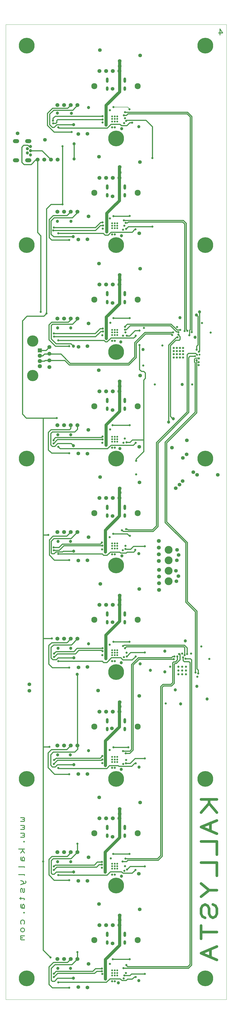
<source format=gbr>
%FSLAX33Y33*%
%MOMM*%
G04 EasyPC Gerber Version 16.0.6 Build 3249 *
%ADD94O,1.00000X1.70000*%
%ADD93O,1.00000X2.00000*%
%ADD137R,1.60000X1.60000*%
%ADD10C,0.12000*%
%ADD72C,0.20000*%
%ADD29C,0.30000*%
%ADD28C,0.40000*%
%ADD13C,0.70000*%
%ADD27C,0.80000*%
%ADD18C,1.00000*%
%ADD90C,1.20000*%
%ADD102C,1.40000*%
%ADD15C,1.50000*%
%ADD73C,1.60000*%
%ADD139C,2.30000*%
%ADD88C,3.00000*%
%ADD91O,2.40000X1.50000*%
%ADD138C,4.30000*%
%ADD98C,6.00000*%
X0Y0D02*
D02*
D10*
X2001Y2008D02*
X86001D01*
Y372808*
X2001*
Y2008*
D02*
D13*
X42550Y11150D03*
Y12100D03*
Y13050D03*
Y51750D03*
Y52700D03*
Y53650D03*
Y92350D03*
Y93300D03*
Y94250D03*
Y132950D03*
Y133900D03*
Y134850D03*
Y173550D03*
Y174500D03*
Y175450D03*
Y214150D03*
Y215100D03*
Y216050D03*
Y254750D03*
Y255700D03*
Y256650D03*
Y295350D03*
Y296300D03*
Y297250D03*
Y335950D03*
Y336900D03*
Y337850D03*
X43500Y11150D03*
Y12100D03*
Y13050D03*
Y51750D03*
Y52700D03*
Y53650D03*
Y92350D03*
Y93300D03*
Y94250D03*
Y132950D03*
Y133900D03*
Y134850D03*
Y173550D03*
Y174500D03*
Y175450D03*
Y214150D03*
Y215100D03*
Y216050D03*
Y254750D03*
Y255700D03*
Y256650D03*
Y295350D03*
Y296300D03*
Y297250D03*
Y335950D03*
Y336900D03*
Y337850D03*
X44450Y11150D03*
Y12100D03*
Y13050D03*
Y51750D03*
Y52700D03*
Y53650D03*
Y92350D03*
Y93300D03*
Y94250D03*
Y132950D03*
Y133900D03*
Y134850D03*
Y173550D03*
Y174500D03*
Y175450D03*
Y214150D03*
Y215100D03*
Y216050D03*
Y254750D03*
Y255700D03*
Y256650D03*
Y295350D03*
Y296300D03*
Y297250D03*
Y335950D03*
Y336900D03*
Y337850D03*
X74100Y246650D03*
X74850Y247200D03*
X75800Y247300D03*
D02*
D15*
X14140Y321400D03*
X16680D03*
X18600Y242490D03*
Y245030D03*
Y247570D03*
Y250110D03*
X19220Y321400D03*
X21690Y17400D03*
Y58000D03*
Y98600D03*
Y139200D03*
Y179800D03*
Y220400D03*
Y261000D03*
Y301600D03*
Y342200D03*
X21760Y321400D03*
X24230Y17400D03*
Y58000D03*
Y98600D03*
Y139200D03*
Y179800D03*
Y220400D03*
Y261000D03*
Y301600D03*
Y342200D03*
X26770Y17400D03*
Y58000D03*
Y98600D03*
Y139200D03*
Y179800D03*
Y220400D03*
Y261000D03*
Y301600D03*
Y342200D03*
X29310Y17400D03*
Y58000D03*
Y98600D03*
Y139200D03*
Y179800D03*
Y220400D03*
Y261000D03*
Y301600D03*
Y342200D03*
X37690Y30300D03*
Y70900D03*
Y111500D03*
Y152100D03*
Y192700D03*
Y233300D03*
Y273900D03*
Y314500D03*
Y355100D03*
X40230Y30300D03*
Y70900D03*
Y111500D03*
Y152100D03*
Y192700D03*
Y233300D03*
Y273900D03*
Y314500D03*
Y355100D03*
X42770Y30300D03*
Y70900D03*
Y111500D03*
Y152100D03*
Y192700D03*
Y233300D03*
Y273900D03*
Y314500D03*
Y355100D03*
X45310Y30300D03*
Y70900D03*
Y111500D03*
Y152100D03*
Y192700D03*
Y233300D03*
Y273900D03*
Y314500D03*
Y355100D03*
X60300Y168790D03*
Y171330D03*
Y173870D03*
Y176410D03*
X60350Y157790D03*
Y160330D03*
Y162870D03*
Y165410D03*
D02*
D18*
X82400Y78100D02*
X76400D01*
X79400D02*
Y76600D01*
X76400Y73100*
X79400Y76600D02*
X82400Y73100D01*
Y70100D02*
X76400Y67600D01*
X82400Y65100*
X79900Y69100D02*
Y66100D01*
X76400Y62100D02*
X82400D01*
Y57100*
X76400Y54100D02*
X82400D01*
Y49100*
Y43600D02*
X79400D01*
X76400Y46100*
X79400Y43600D02*
X76400Y41100D01*
X80900Y38100D02*
X81900Y37600D01*
X82400Y36600*
Y34600*
X81900Y33600*
X80900Y33100*
X79900Y33600*
X79400Y34600*
Y36600*
X78900Y37600*
X77900Y38100*
X76900Y37600*
X76400Y36600*
Y34600*
X76900Y33600*
X77900Y33100*
X82400Y27600D02*
X76400D01*
Y30100D02*
Y25100D01*
X82400Y22100D02*
X76400Y19600D01*
X82400Y17100*
X79900Y21100D02*
Y18100D01*
D02*
D27*
X15350Y263550D03*
X16300Y54500D03*
X17550Y262950D03*
X18200Y178700D03*
X18650Y98050D03*
X19025Y18025D03*
X19550Y139300D03*
X20000Y336250D03*
X20050Y335200D03*
X20100Y294550D03*
X20200Y173950D03*
Y213500D03*
Y214700D03*
X20300Y10500D03*
Y11850D03*
Y51300D03*
Y52650D03*
Y172850D03*
Y255300D03*
X20350Y91600D03*
Y295650D03*
X20400Y93050D03*
Y254100D03*
X20450Y132300D03*
Y133600D03*
X21400Y223150D03*
X22000Y8500D03*
Y49350D03*
Y90000D03*
Y130650D03*
Y212250D03*
Y252700D03*
Y293400D03*
Y333750D03*
X22050Y171450D03*
X23650Y304450D03*
Y326500D03*
X26200Y6450D03*
Y47400D03*
Y87700D03*
Y128200D03*
Y169150D03*
Y209800D03*
Y250500D03*
Y290900D03*
X27100Y331950D03*
X29300Y20050D03*
Y61250D03*
X38600Y52150D03*
Y54350D03*
X38650Y12750D03*
Y13750D03*
Y53300D03*
Y175800D03*
X38700Y173200D03*
X38750Y11700D03*
Y91900D03*
Y93300D03*
Y94600D03*
Y133000D03*
Y174600D03*
X38800Y213750D03*
Y254600D03*
X38850Y134500D03*
Y135550D03*
Y216100D03*
Y297550D03*
Y335550D03*
X38900Y215000D03*
Y336700D03*
Y337950D03*
X38950Y257150D03*
Y295150D03*
X39000Y256050D03*
Y296400D03*
X39900Y50400D03*
X39950Y9800D03*
Y51500D03*
Y52700D03*
Y172200D03*
X40000Y10950D03*
Y12100D03*
Y91000D03*
Y92100D03*
Y93250D03*
Y173300D03*
Y174350D03*
X40150Y131600D03*
Y132650D03*
Y133700D03*
X40200Y212800D03*
Y213800D03*
Y214800D03*
X40250Y334600D03*
Y335650D03*
Y336650D03*
X40300Y253400D03*
Y254250D03*
Y255150D03*
X40450Y293900D03*
Y294950D03*
Y296000D03*
X41550Y177850D03*
X41600Y96900D03*
Y136950D03*
X41650Y340200D03*
X41700Y15550D03*
Y299100D03*
X41750Y218800D03*
X41850Y259350D03*
X42000Y55700D03*
X42500Y8900D03*
Y49500D03*
Y90100D03*
Y130650D03*
Y171300D03*
Y211900D03*
Y252550D03*
Y293000D03*
Y333750D03*
X42700Y220450D03*
X42800Y17300D03*
X42900Y57400D03*
X42950Y179150D03*
X43000Y261150D03*
Y341450D03*
X43050Y97950D03*
Y138050D03*
Y299950D03*
X43500Y8900D03*
Y49500D03*
Y90100D03*
Y130650D03*
Y171300D03*
Y211900D03*
Y252550D03*
Y293000D03*
Y333750D03*
X46250Y180450D03*
X46500Y54500D03*
X46600Y172850D03*
X46700Y96500D03*
Y136450D03*
Y254450D03*
Y294750D03*
X46750Y91600D03*
X46800Y13950D03*
Y213700D03*
X46950Y10050D03*
X47000Y132200D03*
Y298350D03*
Y338300D03*
X47100Y335350D03*
X47150Y50900D03*
Y296300D03*
X47200Y11100D03*
X47350Y215350D03*
X47400Y52700D03*
Y135550D03*
Y337200D03*
Y339450D03*
X47450Y256750D03*
Y257850D03*
X47550Y173350D03*
Y255700D03*
X47600Y55550D03*
Y174500D03*
X47700Y95600D03*
Y297400D03*
X47800Y12100D03*
Y91850D03*
X47850Y93100D03*
Y180850D03*
Y295100D03*
Y336200D03*
X47950Y15150D03*
X48000Y133900D03*
X48050Y213900D03*
X48100Y132500D03*
Y254450D03*
X48150Y51400D03*
X48650Y97950D03*
X49150Y57400D03*
Y138050D03*
Y340600D03*
X49200Y17300D03*
Y220450D03*
Y261150D03*
Y300050D03*
X49250Y178350D03*
X50150Y335450D03*
X51350Y173050D03*
X51400Y51300D03*
Y294900D03*
X51450Y10550D03*
Y91850D03*
Y132500D03*
Y213750D03*
Y254450D03*
X51650Y201750D03*
Y206900D03*
X52950Y250950D03*
Y256450D03*
X54400Y243100D03*
X54600Y257450D03*
X54950Y11750D03*
Y52600D03*
Y93650D03*
Y133950D03*
Y174400D03*
X57850Y295950D03*
Y322000D03*
X58800Y235950D03*
X61650Y250750D03*
X62950Y114600D03*
X64600Y128600D03*
X65400Y254700D03*
X65700Y255750D03*
X65950Y131450D03*
Y246200D03*
Y247400D03*
Y248600D03*
Y249800D03*
X66250Y132450D03*
X67150Y246200D03*
Y247400D03*
Y248600D03*
Y249800D03*
X67250Y257800D03*
X67350Y132450D03*
X67400Y253850D03*
X67700Y254850D03*
X67750Y125650D03*
Y127100D03*
Y128550D03*
Y255850D03*
X68000Y133350D03*
X68350Y246200D03*
Y247400D03*
Y248600D03*
Y249800D03*
X68400Y256650D03*
X69200Y125650D03*
Y127100D03*
Y128550D03*
Y133600D03*
X69550Y132150D03*
Y246200D03*
Y247400D03*
Y248600D03*
Y249800D03*
X70100Y133000D03*
Y256250D03*
X70450Y131600D03*
X70650Y125650D03*
Y127100D03*
Y128550D03*
X71050Y133400D03*
X71150Y256350D03*
X71850Y254600D03*
X72550Y133550D03*
X72800Y255800D03*
X73000Y235950D03*
X74250Y126400D03*
X74650Y245150D03*
Y249100D03*
X74900Y124750D03*
X75250Y126000D03*
X75450Y243300D03*
Y244350D03*
X75500Y245800D03*
X75550Y248400D03*
X76500Y136250D03*
X76750Y259300D03*
X79500Y131500D03*
X80050Y255650D03*
D02*
D28*
X11475Y324800D02*
X15820D01*
X19220Y321400*
X11475Y326400D02*
X10950D01*
X10450Y326900*
X8850*
X8150Y326200*
Y320400*
X8950Y319600*
X11650*
X13400Y321350*
X14140*
Y321400*
Y293710*
X15350Y292500*
Y263550*
X14968Y244850D02*
X16750D01*
X16950Y245050*
X18480*
X18500Y245030*
X18600*
X14968Y246850D02*
X16100D01*
X16750Y247500*
X18530*
X18600Y247570*
X14968Y248850D02*
X17340D01*
X18600Y250110*
X16300Y54500D02*
Y20750D01*
X19025Y18025*
X16300Y98050D02*
Y54500D01*
Y139300D02*
Y98050D01*
Y178700D02*
Y139300D01*
Y223150D02*
Y178700D01*
Y223150D02*
X21400D01*
X17550Y262950D02*
X16500Y261900D01*
X10100*
X8350Y260150*
Y224650*
X9850Y223150*
X16300*
X18200Y178700D02*
X16300D01*
X18600Y245030D02*
X18740D01*
X18810Y245100*
X24500*
X26200Y243400*
X48900*
X51650Y246150*
Y251600*
X55200Y255150*
X65150*
X65400Y254900*
Y254700*
X18650Y98050D02*
X16300D01*
X19550Y139300D02*
X16300D01*
X20100Y294550D02*
X36200D01*
X38050Y296400*
X39000*
X20200Y173950D02*
X22300D01*
X23550Y175200*
X38050*
X38650Y175800*
X20200Y213500D02*
X21700Y215000D01*
X38900*
X20200Y214700D02*
Y215050D01*
X20900Y215750*
X38500*
X38850Y216100*
X20300Y10500D02*
X21750Y11950D01*
X35850*
X36650Y12750*
X38650*
X20300Y11850D02*
X21200Y12750D01*
X35150*
X36150Y13750*
X38650*
X20300Y51300D02*
X20350D01*
X21450Y52400*
X36600*
X37500Y53300*
X38650*
X20300Y52650D02*
X20800Y53150D01*
X35700*
X36850Y54300*
X38600*
Y54350*
X20300Y172850D02*
X22400D01*
X24150Y174600*
X38750*
X20300Y255300D02*
X36050D01*
X37900Y257150*
X38950*
X20350Y91600D02*
Y91650D01*
X21700Y93000*
X38450*
X38750Y93300*
X20350Y295650D02*
X36200D01*
X38100Y297550*
X38850*
X20400Y93050D02*
X21150Y93800D01*
X37950*
X38750Y94600*
X20400Y254100D02*
X36200D01*
X38150Y256050*
X39000*
X20450Y132300D02*
X20500D01*
X21700Y133500*
X28550*
X29850Y134800*
X38550*
X38850Y134500*
X20450Y133600D02*
Y133650D01*
X21150Y134350*
X27950*
X29150Y135550*
X38850*
X22000Y90000D02*
Y89900D01*
X40450*
X41500Y90950*
X44800*
X45050Y90700*
X49950*
X51100Y91850*
X51450*
X22000Y212250D02*
Y212200D01*
X22700Y211500*
X40700*
X42050Y212850*
X50550*
X51450Y213750*
X22000Y252700D02*
X39450D01*
X40000Y252150*
X40600*
X42050Y253600*
X50750*
X51450Y254300*
Y254450*
X22000Y293400D02*
X39150D01*
X39800Y292750*
X40950*
X42050Y293850*
X50100*
X51150Y294900*
X51400*
X22000Y333750D02*
Y333650D01*
X22200Y333450*
X40650*
X42100Y334900*
X45500*
X46050Y334350*
X48100*
X49200Y335450*
X50150*
X22050Y171450D02*
X38750D01*
X39200Y171000*
X40600*
X41800Y172200*
X45350*
X45700Y171850*
X47850*
X48200Y172200*
X50750*
X51350Y172800*
Y173050*
X23650Y304450D02*
X19250D01*
X17550Y302750*
Y262950*
X23650Y326500D02*
Y304450D01*
X26200Y6450D02*
X19750D01*
X18450Y7750*
Y14400*
X20150Y16100*
X25470*
X26770Y17400*
X26200Y47400D02*
X20450D01*
X18450Y49400*
Y55350*
X19550Y56450*
X25370*
X26770Y57850*
Y58000*
X26200Y87700D02*
X20600D01*
X18100Y90200*
Y95800*
X19400Y97100*
X25250*
X26750Y98600*
X26770*
X26200Y128200D02*
X19750D01*
X18400Y129550*
Y136700*
X19450Y137750*
X25320*
X26770Y139200*
X26200Y169150D02*
X20500D01*
X18600Y171050*
Y176850*
X20000Y178250*
X25220*
X26770Y179800*
X26200Y250500D02*
X20950D01*
X18500Y252950*
Y258650*
X19500Y259650*
X25820*
X26770Y260600*
Y261000*
X26200Y290900D02*
X19450D01*
X18550Y291800*
Y298700*
X20050Y300200*
X25350*
X26750Y301600*
X26770*
Y220400D02*
Y219220D01*
X26300Y218750*
X19250*
X18250Y217750*
Y211050*
X19450Y209850*
X26150*
X26200Y209800*
X27100Y331950D02*
X20450D01*
X17900Y334500*
Y339050*
X19850Y341000*
X25570*
X26770Y342200*
X27700Y292100D02*
X20250D01*
X19250Y293100*
Y298150*
X20450Y299350*
X27350*
X29310Y301310*
Y301600*
X27800Y10100D02*
X21700D01*
X20550Y8950*
X19700*
X19300Y9350*
Y13800*
X20750Y15250*
X27160*
X29310Y17400*
X27800Y250500D02*
X26850Y251450D01*
X21150*
X19300Y253300*
Y258350*
X19800Y258850*
X27460*
X29310Y260700*
Y261000*
X27850Y50500D02*
X21250D01*
X20400Y49650*
X19750*
X19300Y50100*
Y54800*
X20050Y55550*
X26860*
X29310Y58000*
X27900Y172500D02*
X23850D01*
X23600Y172250*
X21100*
X20400Y171550*
X19600*
X19300Y171850*
Y176300*
X20350Y177350*
X26860*
X29310Y179800*
X27900Y334750D02*
X21400D01*
X20400Y333750*
X19700*
X18750Y334700*
Y338800*
X20200Y340250*
X27500*
X29350Y342250*
X29310*
Y342200*
X27950Y91350D02*
X21700D01*
X20800Y90450*
X19750*
X19100Y91100*
Y95150*
X20100Y96150*
X28300*
X29400Y97250*
Y98510*
X29310Y98600*
X27950Y131950D02*
X21900D01*
X21250Y131300*
X19900*
X19250Y131950*
Y135950*
X20200Y136900*
X27010*
X29310Y139200*
X28050Y321700D02*
Y327450D01*
X29300Y20050D02*
Y17410D01*
X29310Y17400*
Y58000D02*
Y61240D01*
X29300Y61250*
X29310Y98600D02*
Y125590D01*
X29250Y125650*
X29310Y220400D02*
Y218910D01*
X28300Y217900*
X19700*
X19100Y217300*
Y212950*
X19700Y212350*
X20650*
X21750Y213450*
X26950*
X27750Y212650*
X38900Y336700D02*
X21800D01*
X21400Y336300*
Y335600*
X21000Y335200*
X20050*
X38900Y337950D02*
X20800D01*
X20000Y337150*
Y336250*
X42700Y220450D02*
X49200D01*
X42800Y17300D02*
X49200D01*
X42900Y57400D02*
X49150D01*
X42950Y179150D02*
X48250D01*
X49050Y178350*
X49250*
X43000Y261150D02*
X49200D01*
X43050Y97950D02*
X48650D01*
X43050Y138050D02*
X49150D01*
X43050Y299950D02*
X49100D01*
X47000Y298350D02*
X69600D01*
X70700Y297250*
Y256800*
X71150Y256350*
X47400Y339450D02*
X71250D01*
X72800Y337900*
Y255800*
X47450Y256750D02*
X47850D01*
X49350Y258250*
X64650*
X66950Y255950*
X67650*
X67750Y255850*
X47700Y297400D02*
X48300D01*
X48650Y297750*
X69300*
X69700Y297400*
X70100Y297000*
Y256250*
X47850Y180850D02*
X48300D01*
X48550Y180600*
X57800*
X59350Y182150*
Y213850*
X71050Y225550*
Y247250*
X71550Y247750*
X74300*
X74850Y247200*
X47850Y336200D02*
X48050Y336400D01*
X55400*
X57850Y333950*
Y322000*
X48050Y213900D02*
X49300D01*
X50250Y214850*
X53600*
X51400Y51300D02*
X50150Y50050D01*
X46650*
X46100Y50600*
X41800*
X40550Y49350*
X22000*
X51450Y10550D02*
X50950D01*
X50150Y9750*
X48350*
X47850Y9250*
X46200*
X45550Y9900*
X41650*
X40300Y8550*
X22000*
Y8500*
X51450Y132500D02*
X50150Y131200D01*
X46600*
X45800Y132000*
X42250*
X40450Y130200*
X39200*
X38750Y130650*
X22000*
X52950Y256450D02*
X51250D01*
X49200Y254400*
X48150*
X48100Y254450*
X53600Y214850D02*
X54500D01*
Y213950D02*
Y214850D01*
Y213950D02*
Y210450D01*
X51650Y207600*
Y206900*
X54500Y214850D02*
Y237650D01*
X55150Y238300*
Y240300*
X54550Y240900*
X53650*
X52950Y241600*
Y250950*
X54950Y11750D02*
X49900D01*
X49250Y11100*
X47200*
X54950Y52600D02*
X49350D01*
X48150Y51400*
X54950Y93650D02*
X51200D01*
X49400Y91850*
X47800*
X54950Y133950D02*
X49550D01*
X48100Y132500*
X54950Y174400D02*
X50600D01*
X49500Y173300*
X47700*
X47650Y173350*
X47550*
X57850Y295950D02*
X48700D01*
X47850Y295100*
X64000Y221650D02*
Y250900D01*
X66950Y253850*
X67400*
X65700Y255750D02*
X54950D01*
X51050Y251850*
Y246400*
X48650Y244000*
X26500*
X23000Y247500*
X18670*
X65800Y222900D02*
X65550D01*
X64650Y223800*
Y250700*
X66750Y252800*
X68050*
X68350Y253100*
Y254150*
X67700Y254800*
Y254850*
X65950Y131450D02*
X52750D01*
X50500Y129200*
Y96900*
X49200Y95600*
X47700*
X66250Y132450D02*
X65550D01*
X65150Y132050*
X52500*
X49900Y129450*
Y97150*
X49250Y96500*
X46700*
X67350Y132450D02*
Y131150D01*
X66650Y130450*
X65900*
X65550Y130100*
Y122550*
X64850Y121850*
X61850*
X61000Y121000*
Y56750*
X59800Y55550*
X47600*
X68000Y133350D02*
X68350D01*
Y131300*
X66900Y129850*
X66400*
X66150Y129600*
Y122300*
X65100Y121250*
X62100*
X61600Y120750*
Y56500*
X60050Y54950*
X48450*
X48000Y54500*
X46500*
X68400Y256650D02*
X67200D01*
X64950Y258900*
X48300*
X47450Y258050*
Y257850*
X69550Y132150D02*
Y130950D01*
X69950Y130550*
X71750*
X72150Y130150*
Y15400*
X71300Y14550*
X48350*
X47950Y14950*
Y15150*
X70100Y133000D02*
Y135850D01*
X69750Y136200*
X47900*
X47400Y135700*
Y135550*
X70450Y131600D02*
X72300D01*
X72750Y131150*
Y15150*
X71550Y13950*
X46800*
X71050Y133400D02*
Y135750D01*
X70000Y136800*
X47050*
X46700Y136450*
X71850Y254600D02*
X72000D01*
Y256550*
X72200Y256750*
Y337650*
X71000Y338850*
X48500*
X47950Y338300*
X47000*
X73850Y245600D02*
Y244450D01*
X74050Y244250*
Y225400*
X62650Y214000*
Y183450*
X70500Y175600*
Y153100*
X74150Y149450*
Y126400*
X74250*
X74100Y246650D02*
X72100D01*
X71650Y246200*
Y225300*
X59950Y213600*
Y181900*
X58050Y180000*
X46750*
X46300Y180450*
X46250*
X74650Y245150D02*
Y225150D01*
X63250Y213750*
Y183700*
X71100Y175850*
Y153350*
X74750Y149700*
Y127800*
X75250Y127300*
Y126000*
X74650Y249100D02*
Y250500D01*
X75150Y251000*
Y261800*
X74650Y262300*
X74600*
X75750Y263550D02*
Y248600D01*
X75550Y248400*
D02*
D29*
X7688Y71200D02*
X9000D01*
X9188Y71013*
Y70638*
X9000Y70450*
X8438*
X9000D02*
X9188Y70263D01*
Y69888*
X9000Y69700*
X7688*
Y68200D02*
X9000D01*
X9188Y68013*
Y67638*
X9000Y67450*
X8438*
X9000D02*
X9188Y67263D01*
Y66888*
X9000Y66700*
X7688*
Y65200D02*
X9000D01*
X9188Y65013*
Y64638*
X9000Y64450*
X8438*
X9000D02*
X9188Y64263D01*
Y63888*
X9000Y63700*
X7688*
X9188Y62013D02*
X9000Y61825D01*
X8813Y62013*
X9000Y62200*
X9188Y62013*
Y59200D02*
X6938D01*
X8438D02*
Y58638D01*
X7688Y57700*
X8438Y58638D02*
X9188Y57700D01*
X7875Y56200D02*
X7688Y55825D01*
Y55263*
X7875Y54888*
X8250Y54700*
X8813*
X9000Y54888*
X9188Y55263*
Y55638*
X9000Y56013*
X8813Y56200*
X8625*
X8438Y56013*
X8250Y55638*
Y55263*
X8438Y54888*
X8625Y54700*
X8813D02*
X9188D01*
Y52263D02*
Y52450D01*
X6938*
X9188Y49263D02*
Y49450D01*
X6938*
X7688Y47200D02*
X8438Y47013D01*
X8813Y46638*
Y46263*
X8438Y45888*
X7688Y45700*
X8438Y45888D02*
X9188Y46075D01*
X9563Y46263*
X9750Y46638*
X9563Y47013*
X9000Y44200D02*
X9188Y43825D01*
Y43075*
X9000Y42700*
X8625*
X8438Y43075*
Y43825*
X8250Y44200*
X7875*
X7688Y43825*
Y43075*
X7875Y42700*
X7688Y40825D02*
Y40075D01*
X7313Y40450D02*
X9000D01*
X9188Y40263*
Y40075*
X9000Y39888*
X7875Y38200D02*
X7688Y37825D01*
Y37263*
X7875Y36888*
X8250Y36700*
X8813*
X9000Y36888*
X9188Y37263*
Y37638*
X9000Y38013*
X8813Y38200*
X8625*
X8438Y38013*
X8250Y37638*
Y37263*
X8438Y36888*
X8625Y36700*
X8813D02*
X9188D01*
Y35013D02*
X9000Y34825D01*
X8813Y35013*
X9000Y35200*
X9188Y35013*
X7875Y30700D02*
X7688Y31075D01*
Y31638*
X7875Y32013*
X8250Y32200*
X8625*
X9000Y32013*
X9188Y31638*
Y31075*
X9000Y30700*
X8625Y29200D02*
X9000Y29013D01*
X9188Y28638*
Y28263*
X9000Y27888*
X8625Y27700*
X8250*
X7875Y27888*
X7688Y28263*
Y28638*
X7875Y29013*
X8250Y29200*
X8625*
X9188Y26200D02*
X7688D01*
X7875D02*
X7688Y26013D01*
Y25638*
X7875Y25450*
X8438*
X7875D02*
X7688Y25263D01*
Y24888*
X7875Y24700*
X9188*
X18670Y247500D02*
X18600Y247570D01*
X75500Y245800D02*
X75400D01*
X75250Y245950*
X74200*
X73850Y245600*
X83613Y368863D02*
Y371113D01*
X84550Y369613*
X83050*
D02*
D72*
X43000Y341450D02*
X48400D01*
X49150Y340700*
Y340600*
X49100Y299950D02*
X49200Y300050D01*
D02*
D73*
X14968Y242850D03*
Y244850D03*
Y246850D03*
D02*
D88*
X64000Y161110D03*
Y165070D03*
Y169030D03*
Y172990D03*
D02*
D90*
X10275Y324000D03*
Y325600D03*
X11475Y323200D03*
Y324800D03*
Y326400D03*
X21700Y298000D03*
Y339150D03*
X21750Y54400D03*
X21800Y95000D03*
Y257400D03*
X21850Y13800D03*
Y216800D03*
X21900Y135600D03*
Y176200D03*
X26600Y95000D03*
X26650Y13800D03*
Y176200D03*
X26750Y54400D03*
Y135600D03*
Y216800D03*
Y257400D03*
X26850Y298000D03*
X27000Y339050D03*
X27700Y292100D03*
X27750Y212650D03*
X27800Y10100D03*
Y250500D03*
X27850Y50500D03*
X27900Y172500D03*
Y334750D03*
X27950Y91350D03*
Y131950D03*
X28050Y321700D03*
Y327450D03*
X29250Y125650D03*
X33500Y96650D03*
Y137250D03*
Y341250D03*
X39900Y50400D02*
Y58050D01*
X45400Y63550*
Y74400*
X45350Y74450*
X39950Y9800D02*
Y17200D01*
X45350Y22600*
Y34000*
X39950Y172200D02*
Y180500D01*
X45300Y185850*
Y196350*
X45350Y196400*
X40000Y91000D02*
Y100350D01*
X45300Y105650*
Y115050*
X45350Y115100*
X40150Y131600D02*
Y140600D01*
X45350Y145800*
Y155650*
X40200Y212800D02*
Y220500D01*
X45350Y225650*
Y237100*
X40250Y334600D02*
Y342100D01*
X45350Y347200*
X40300Y253400D02*
Y261550D01*
X45350Y266600*
Y277550*
X40450Y293900D02*
Y301000D01*
X43950Y304500*
X44000*
X45300Y305800*
Y318600*
X45350*
X44850Y8350D03*
X45350Y347200D02*
Y358950D01*
X45500Y211500D03*
X45800Y252100D03*
X45950Y89550D03*
Y130100D03*
X46050Y48900D03*
Y292500D03*
X46150Y333200D03*
X46200Y170700D03*
X52700Y9200D03*
Y171600D03*
Y334000D03*
X52750Y90400D03*
X53150Y129700D03*
X54300Y249250D03*
X57100Y127200D03*
X62600Y126600D03*
Y134450D03*
X64000Y221650D03*
X65800Y222900D03*
X66550Y119800D03*
X68300Y261350D03*
X68600Y114400D03*
X69200Y235950D03*
X70350Y138350D03*
X74050Y253900D03*
X74600Y262300D03*
X74800Y121150D03*
X75750Y263550D03*
X78700Y116300D03*
D02*
D91*
X5925Y321150D03*
Y328450D03*
X10575Y321150D03*
Y328450D03*
D02*
D93*
X40675Y26825D03*
Y67425D03*
Y108025D03*
Y148625D03*
Y189225D03*
Y229825D03*
Y270425D03*
Y311025D03*
Y351625D03*
X47325Y26825D03*
Y67425D03*
Y108025D03*
Y148625D03*
Y189225D03*
Y229825D03*
Y270425D03*
Y311025D03*
Y351625D03*
D02*
D94*
X40675Y23675D03*
Y64275D03*
Y104875D03*
Y145475D03*
Y186075D03*
Y226675D03*
Y267275D03*
Y307875D03*
Y348475D03*
X47325Y23675D03*
Y64275D03*
Y104875D03*
Y145475D03*
Y186075D03*
Y226675D03*
Y267275D03*
Y307875D03*
Y348475D03*
D02*
D98*
X10000Y10000D03*
Y85900D03*
Y207700D03*
Y288900D03*
Y364800D03*
X44000Y45300D03*
Y85900D03*
Y126500D03*
Y167100D03*
Y207700D03*
Y248300D03*
Y288900D03*
Y329500D03*
X78000Y10000D03*
Y85900D03*
Y207700D03*
Y288900D03*
Y364800D03*
D02*
D102*
X6500Y331400D03*
X11000Y119400D03*
Y121850D03*
X16950Y329000D03*
X29650Y6700D03*
Y47150D03*
Y87750D03*
Y168950D03*
Y209700D03*
Y291000D03*
Y331150D03*
X29700Y128300D03*
Y250200D03*
X33100Y87750D03*
Y169050D03*
Y209550D03*
Y291150D03*
X33150Y6600D03*
Y47150D03*
Y128450D03*
Y250450D03*
Y331250D03*
X33450Y218650D03*
X33500Y15500D03*
Y56050D03*
Y177850D03*
Y259100D03*
Y299850D03*
X37200Y119500D03*
X37400Y241350D03*
X37500Y281900D03*
X37550Y38300D03*
Y322500D03*
X37600Y78900D03*
X37850Y363050D03*
X37900Y200700D03*
X38050Y160100D03*
X42450Y105100D03*
X42700Y23300D03*
Y63850D03*
Y145500D03*
Y185850D03*
Y226200D03*
Y266950D03*
Y307450D03*
Y348350D03*
X45350Y32250D03*
Y34000D03*
Y72600D03*
Y74450D03*
Y113400D03*
Y115100D03*
Y153950D03*
Y155650D03*
Y194800D03*
Y196400D03*
Y235250D03*
Y237100D03*
Y275750D03*
Y277550D03*
Y316500D03*
Y318600D03*
Y357000D03*
Y358950D03*
X52650Y49800D03*
X52800Y158100D03*
Y212200D03*
Y293400D03*
X52850Y117500D03*
X52950Y198700D03*
X53050Y36300D03*
X53100Y320500D03*
X53150Y76900D03*
Y239350D03*
Y279950D03*
Y361100D03*
X65300Y211850D03*
X66750Y196500D03*
X66850Y165050D03*
X66950Y161050D03*
X67150Y169000D03*
X67250Y173000D03*
X67700Y163050D03*
X67850Y171100D03*
X68150Y197850D03*
X69350Y199200D03*
X69400Y207950D03*
X70850Y209350D03*
X70950Y214650D03*
X73450Y202550D03*
X74850Y201550D03*
X82700D03*
D02*
D137*
X14968Y248850D03*
D02*
D138*
X12276Y239284D03*
Y252416D03*
D02*
D139*
X35725Y24595D03*
Y65195D03*
Y105795D03*
Y146395D03*
Y186995D03*
Y227595D03*
Y268195D03*
Y308795D03*
Y349395D03*
X52275Y24595D03*
Y65195D03*
Y105795D03*
Y146395D03*
Y186995D03*
Y227595D03*
Y268195D03*
Y308795D03*
Y349395D03*
X0Y0D02*
M02*

</source>
